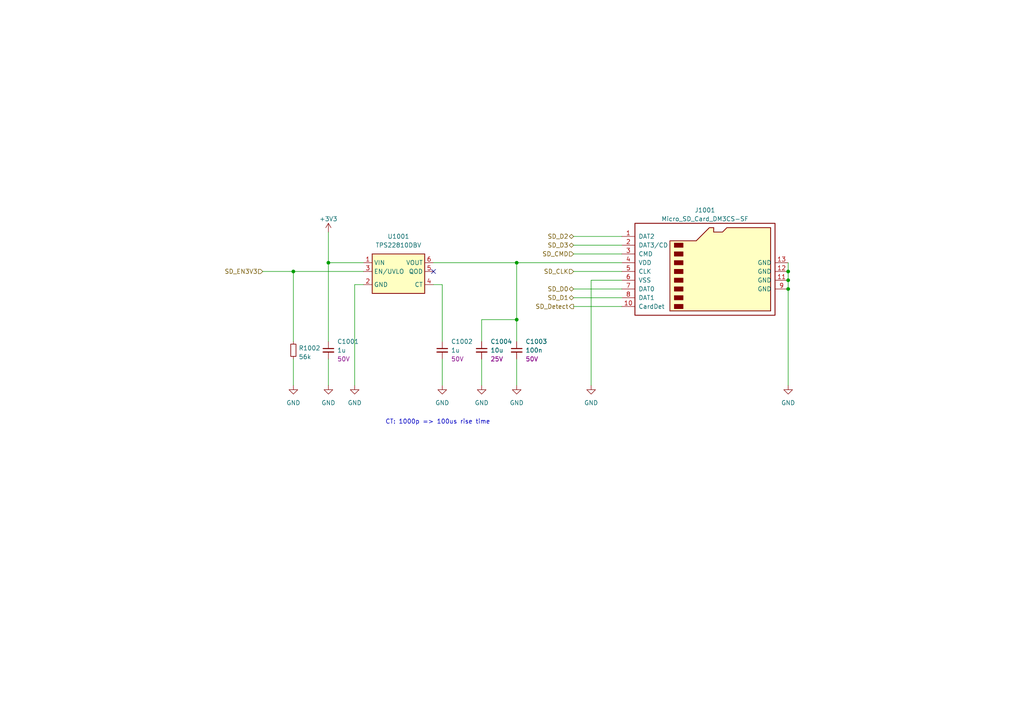
<source format=kicad_sch>
(kicad_sch (version 20230121) (generator eeschema)
  (paper "A4")
  (title_block (title "Velocity Sensor - Version 04") (date "2023-09-07") (rev "A") (company "Swiss Ocean Tech AG") (comment 1 "Designer: SNI, EVE"))
  (lib_symbols
    (symbol "Device:C_Small" (pin_numbers hide) (pin_names (offset 0.254) hide)
      (property "Reference" "C" (at 0.254 1.778 0))
      (property "Value" "C_Small" (at 0.254 -2.032 0))
      (symbol "C_Small_0_1"
        (polyline (pts (xy -1.524 -0.508) (xy 1.524 -0.508)) (stroke (width 0.3302)))
        (polyline (pts (xy -1.524 0.508) (xy 1.524 0.508)) (stroke (width 0.3048)))
      )
      (symbol "C_Small_1_1"
        (pin passive line (at 0 2.54 270) (length 2.032) (name "~") (number "1"))
        (pin passive line (at 0 -2.54 90) (length 2.032) (name "~") (number "2"))
      )
    )
    (symbol "Device:R_Small" (pin_numbers hide) (pin_names (offset 0.254) hide)
      (property "Reference" "R" (at 0.762 0.508 0))
      (property "Value" "R_Small" (at 0.762 -1.016 0))
      (symbol "R_Small_0_1"
        (rectangle (start -0.762 1.778) (end 0.762 -1.778) (stroke (width 0.2032)))
      )
      (symbol "R_Small_1_1"
        (pin passive line (at 0 2.54 270) (length 0.762) (name "~") (number "1"))
        (pin passive line (at 0 -2.54 90) (length 0.762) (name "~") (number "2"))
      )
    )
    (symbol "SOC_Connectors:Micro_SD_Card_DM3CS-SF" (pin_names (offset 1.016))
      (property "Reference" "J" (at -16.51 16.51 0))
      (property "Value" "Micro_SD_Card_DM3CS-SF" (at 6.35 -12.7 0))
      (symbol "Micro_SD_Card_DM3CS-SF_0_1"
        (rectangle (start -7.62 -8.255) (end -5.08 -9.525) (fill (type outline)))
        (rectangle (start -7.62 -5.715) (end -5.08 -6.985) (fill (type outline)))
        (rectangle (start -7.62 -3.175) (end -5.08 -4.445) (fill (type outline)))
        (rectangle (start -7.62 -0.635) (end -5.08 -1.905) (fill (type outline)))
        (rectangle (start -7.62 1.905) (end -5.08 0.635) (fill (type outline)))
        (rectangle (start -7.62 4.445) (end -5.08 3.175) (fill (type outline)))
        (rectangle (start -7.62 6.985) (end -5.08 5.715) (fill (type outline)))
        (rectangle (start -7.62 9.525) (end -5.08 8.255) (fill (type outline)))
        (polyline (pts (xy 21.59 1.27) (xy 21.59 15.24) (xy -19.05 15.24) (xy -19.05 -11.43) (xy 21.59 -11.43) (xy 21.59 1.27)) (stroke (width 0.254)))
        (polyline (pts (xy -8.89 -10.16) (xy -8.89 10.16) (xy -1.27 10.16) (xy 2.54 13.97) (xy 3.81 13.97) (xy 3.81 12.7) (xy 6.35 12.7) (xy 7.62 13.97) (xy 20.32 13.97) (xy 20.32 -10.16) (xy -8.89 -10.16)) (stroke (width 0.254)) (fill (type background)))
      )
      (symbol "Micro_SD_Card_DM3CS-SF_1_1"
        (pin bidirectional line (at -22.86 11.43 0) (length 3.81) (name "DAT2") (number "1"))
        (pin passive line (at -22.86 -8.89 0) (length 3.81) (name "CardDet") (number "10"))
        (pin passive line (at 25.4 -1.27 180) (length 3.81) (name "GND") (number "11"))
        (pin passive line (at 25.4 1.27 180) (length 3.81) (name "GND") (number "12"))
        (pin passive line (at 25.4 3.81 180) (length 3.81) (name "GND") (number "13"))
        (pin bidirectional line (at -22.86 8.89 0) (length 3.81) (name "DAT3/CD") (number "2"))
        (pin input line (at -22.86 6.35 0) (length 3.81) (name "CMD") (number "3"))
        (pin power_in line (at -22.86 3.81 0) (length 3.81) (name "VDD") (number "4"))
        (pin input line (at -22.86 1.27 0) (length 3.81) (name "CLK") (number "5"))
        (pin power_in line (at -22.86 -1.27 0) (length 3.81) (name "VSS") (number "6"))
        (pin bidirectional line (at -22.86 -3.81 0) (length 3.81) (name "DAT0") (number "7"))
        (pin bidirectional line (at -22.86 -6.35 0) (length 3.81) (name "DAT1") (number "8"))
        (pin passive line (at 25.4 -3.81 180) (length 3.81) (name "GND") (number "9"))
      )
    )
    (symbol "SOC_Power:TPS22810DBV"
      (property "Reference" "U" (at -6.35 6.35 0))
      (property "Value" "TPS22810DBV" (at -1.27 -7.62 0))
      (symbol "TPS22810DBV_1_1"
        (rectangle (start -7.62 5.08) (end 7.62 -6.35) (stroke (width 0.254)) (fill (type background)))
        (pin power_in line (at -10.16 2.54 0) (length 2.54) (name "VIN") (number "1"))
        (pin power_in line (at -10.16 -3.81 0) (length 2.54) (name "GND") (number "2"))
        (pin input line (at -10.16 0 0) (length 2.54) (name "EN/UVLO") (number "3"))
        (pin output line (at 10.16 -3.81 180) (length 2.54) (name "CT") (number "4"))
        (pin open_collector line (at 10.16 0 180) (length 2.54) (name "QOD") (number "5"))
        (pin power_out line (at 10.16 2.54 180) (length 2.54) (name "VOUT") (number "6"))
      )
    )
    (symbol "power:+3V3" (power) (pin_names (offset 0))
      (property "Value" "+3V3" (at 0 3.556 0))
      (symbol "+3V3_0_1"
        (polyline (pts (xy -0.762 1.27) (xy 0 2.54)))
        (polyline (pts (xy 0 0) (xy 0 2.54)))
        (polyline (pts (xy 0 2.54) (xy 0.762 1.27)))
      )
      (symbol "+3V3_1_1"
        (pin power_in line (at 0 0 90) (length 0) hide (name "+3V3") (number "1"))
      )
    )
    (symbol "power:GND" (power) (pin_names (offset 0))
      (property "Value" "GND" (at 0 -3.81 0))
      (symbol "GND_0_1"
        (polyline (pts (xy 0 0) (xy 0 -1.27) (xy 1.27 -1.27) (xy 0 -2.54) (xy -1.27 -1.27) (xy 0 -1.27)))
      )
      (symbol "GND_1_1"
        (pin power_in line (at 0 0 270) (length 0) hide (name "GND") (number "1"))
      )
    )
  )
  (junction (at 228.6 81.28))
  (junction (at 228.6 83.82))
  (junction (at 149.86 92.71))
  (junction (at 95.25 76.2))
  (junction (at 149.86 76.2))
  (junction (at 85.09 78.74))
  (junction (at 228.6 78.74))
  (no_connect (at 125.73 78.74))
  (wire (pts (xy 95.25 76.2) (xy 105.41 76.2)))
  (wire (pts (xy 166.37 86.36) (xy 180.34 86.36)))
  (wire (pts (xy 166.37 73.66) (xy 180.34 73.66)))
  (wire (pts (xy 76.2 78.74) (xy 85.09 78.74)))
  (wire (pts (xy 166.37 88.9) (xy 180.34 88.9)))
  (wire (pts (xy 149.86 99.06) (xy 149.86 92.71)))
  (wire (pts (xy 228.6 83.82) (xy 228.6 111.76)))
  (wire (pts (xy 95.25 67.31) (xy 95.25 76.2)))
  (wire (pts (xy 139.7 99.06) (xy 139.7 92.71)))
  (wire (pts (xy 171.45 81.28) (xy 171.45 111.76)))
  (wire (pts (xy 166.37 68.58) (xy 180.34 68.58)))
  (wire (pts (xy 149.86 92.71) (xy 139.7 92.71)))
  (wire (pts (xy 166.37 78.74) (xy 180.34 78.74)))
  (wire (pts (xy 166.37 71.12) (xy 180.34 71.12)))
  (wire (pts (xy 95.25 104.14) (xy 95.25 111.76)))
  (wire (pts (xy 128.27 82.55) (xy 125.73 82.55)))
  (wire (pts (xy 125.73 76.2) (xy 149.86 76.2)))
  (wire (pts (xy 85.09 78.74) (xy 105.41 78.74)))
  (wire (pts (xy 102.87 82.55) (xy 105.41 82.55)))
  (wire (pts (xy 128.27 104.14) (xy 128.27 111.76)))
  (wire (pts (xy 228.6 76.2) (xy 228.6 78.74)))
  (wire (pts (xy 85.09 104.14) (xy 85.09 111.76)))
  (wire (pts (xy 149.86 76.2) (xy 149.86 92.71)))
  (wire (pts (xy 180.34 81.28) (xy 171.45 81.28)))
  (wire (pts (xy 166.37 83.82) (xy 180.34 83.82)))
  (wire (pts (xy 95.25 76.2) (xy 95.25 99.06)))
  (wire (pts (xy 139.7 104.14) (xy 139.7 111.76)))
  (wire (pts (xy 228.6 81.28) (xy 228.6 83.82)))
  (wire (pts (xy 128.27 99.06) (xy 128.27 82.55)))
  (wire (pts (xy 228.6 78.74) (xy 228.6 81.28)))
  (wire (pts (xy 102.87 82.55) (xy 102.87 111.76)))
  (wire (pts (xy 149.86 76.2) (xy 180.34 76.2)))
  (wire (pts (xy 149.86 104.14) (xy 149.86 111.76)))
  (wire (pts (xy 85.09 78.74) (xy 85.09 99.06)))
  (text "CT: 1000p => 100us rise time" (at 111.76 123.19 0) (effects (font (size 1.27 1.27)) (justify left bottom)))
  (hierarchical_label "SD_Detect" (shape output) (at 166.37 88.9 180))
  (hierarchical_label "SD_CMD" (shape input) (at 166.37 73.66 180))
  (hierarchical_label "SD_D2" (shape bidirectional) (at 166.37 68.58 180))
  (hierarchical_label "SD_D3" (shape bidirectional) (at 166.37 71.12 180))
  (hierarchical_label "SD_EN3V3" (shape input) (at 76.2 78.74 180))
  (hierarchical_label "SD_CLK" (shape input) (at 166.37 78.74 180))
  (hierarchical_label "SD_D1" (shape bidirectional) (at 166.37 86.36 180))
  (hierarchical_label "SD_D0" (shape bidirectional) (at 166.37 83.82 180))
  (symbol (lib_id "power:GND") (at 139.7 111.76 0) (unit 1)
    (property "Reference" "#PWR01008" (effects hide))
    (property "Value" "GND" (at 139.7 116.84 0))
  )
  (symbol (lib_id "Device:C_Small") (at 128.27 101.6 0) (unit 1)
    (property "Reference" "C1002" (at 130.81 99.06 0) (effects (justify left)))
    (property "Value" "1u" (at 130.81 101.6 0) (effects (justify left)))
    (property "Footprint" "Capacitor_SMD:C_0402_1005Metric" (effects hide))
    (property "MPN" "UMK105CBJ105MV-F" (effects hide))
    (property "Digi-Key_PN" "587-6278-1-ND" (effects hide))
    (property "Description" "1uF 0402 50V" (effects hide))
    (property "CLASS" "X5R" (effects hide))
    (property "Voltage" "50V" (at 130.81 104.14 0) (effects (justify left)))
  )
  (symbol (lib_id "power:GND") (at 228.6 111.76 0) (unit 1)
    (property "Reference" "#PWR01011" (effects hide))
    (property "Value" "GND" (at 228.6 116.84 0))
  )
  (symbol (lib_id "SOC_Connectors:Micro_SD_Card_DM3CS-SF") (at 203.2 80.01 0) (unit 1)
    (property "Reference" "J1001" (at 204.47 60.96 0))
    (property "Value" "Micro_SD_Card_DM3CS-SF" (at 204.47 63.5 0))
    (property "Footprint" "SOC_Connector_SMD:HIROSE-DM3CS-SF-MFG" (effects hide))
    (property "Datasheet" "https://www.hirose.com/product/en/download_file/key_name/DM3/category/Catalog/doc_file_id/49662/?file_category_id=4&item_id=195&is_series=1" (effects hide))
    (property "MPN" "DM3CS-SF" (effects hide))
    (property "Digi-Key_PN" "HR1972DKR-ND" (effects hide))
  )
  (symbol (lib_id "Device:R_Small") (at 85.09 101.6 0) (unit 1)
    (property "Reference" "R1002" (at 86.614 100.965 0) (effects (justify left)))
    (property "Value" "56k" (at 86.614 103.505 0) (effects (justify left)))
    (property "Footprint" "Resistor_SMD:R_0402_1005Metric" (effects hide))
  )
  (symbol (lib_id "Device:C_Small") (at 149.86 101.6 0) (unit 1)
    (property "Reference" "C1003" (at 152.4 99.06 0) (effects (justify left)))
    (property "Value" "100n" (at 152.4 101.6 0) (effects (justify left)))
    (property "Footprint" "Capacitor_SMD:C_0402_1005Metric" (effects hide))
    (property "Datasheet" "https://www.yageo.com/upload/media/product/app/datasheet/mlcc/upy-gphc_x7r_6_3v-to-250v.pdf" (effects hide))
    (property "MPN" "CC0402KRX7R9BB104" (effects hide))
    (property "Digi-Key_PN" "311-3566-1-ND" (effects hide))
    (property "CLASS" "X7R" (effects hide))
    (property "Description" "0.1uF 0402 50V" (effects hide))
    (property "Voltage" "50V" (at 152.4 104.14 0) (effects (justify left)))
  )
  (symbol (lib_id "power:GND") (at 149.86 111.76 0) (unit 1)
    (property "Reference" "#PWR01009" (effects hide))
    (property "Value" "GND" (at 149.86 116.84 0))
  )
  (symbol (lib_id "Device:C_Small") (at 95.25 101.6 0) (unit 1)
    (property "Reference" "C1001" (at 97.79 99.06 0) (effects (justify left)))
    (property "Value" "1u" (at 97.79 101.6 0) (effects (justify left)))
    (property "Footprint" "Capacitor_SMD:C_0402_1005Metric" (effects hide))
    (property "MPN" "UMK105CBJ105MV-F" (effects hide))
    (property "Digi-Key_PN" "587-6278-1-ND" (effects hide))
    (property "Description" "1uF 0402 50V" (effects hide))
    (property "CLASS" "X5R" (effects hide))
    (property "Voltage" "50V" (at 97.79 104.14 0) (effects (justify left)))
  )
  (symbol (lib_id "power:GND") (at 85.09 111.76 0) (unit 1)
    (property "Reference" "#PWR01004" (effects hide))
    (property "Value" "GND" (at 85.09 116.84 0))
  )
  (symbol (lib_id "power:GND") (at 171.45 111.76 0) (unit 1)
    (property "Reference" "#PWR01010" (effects hide))
    (property "Value" "GND" (at 171.45 116.84 0))
  )
  (symbol (lib_id "Device:C_Small") (at 139.7 101.6 0) (unit 1)
    (property "Reference" "C1004" (at 142.24 99.06 0) (effects (justify left)))
    (property "Value" "10u" (at 142.24 101.6 0) (effects (justify left)))
    (property "Footprint" "Capacitor_SMD:C_0603_1608Metric" (effects hide))
    (property "MPN" "GRM188R61E106MA73D" (effects hide))
    (property "Digi-Key_PN" "490-7202-1-ND" (effects hide))
    (property "Mouser_PN" "81-GRM188R61E106MA3D" (effects hide))
    (property "Description" "10u 0603 25V" (effects hide))
    (property "CLASS" "X5R" (effects hide))
    (property "Voltage" "25V" (at 142.24 104.14 0) (effects (justify left)))
  )
  (symbol (lib_id "power:GND") (at 128.27 111.76 0) (unit 1)
    (property "Reference" "#PWR01007" (effects hide))
    (property "Value" "GND" (at 128.27 116.84 0))
  )
  (symbol (lib_id "power:GND") (at 102.87 111.76 0) (unit 1)
    (property "Reference" "#PWR01006" (effects hide))
    (property "Value" "GND" (at 102.87 116.84 0))
  )
  (symbol (lib_id "power:GND") (at 95.25 111.76 0) (unit 1)
    (property "Reference" "#PWR01005" (effects hide))
    (property "Value" "GND" (at 95.25 116.84 0))
  )
  (symbol (lib_id "power:+3V3") (at 95.25 67.31 0) (unit 1)
    (property "Reference" "#PWR01002" (effects hide))
    (property "Value" "+3V3" (at 95.25 63.5 0))
  )
  (symbol (lib_id "SOC_Power:TPS22810DBV") (at 115.57 78.74 0) (unit 1)
    (property "Reference" "U1001" (at 115.57 68.58 0))
    (property "Value" "TPS22810DBV" (at 115.57 71.12 0))
    (property "Footprint" "SOC_SMD:SOT95P280X145-6N" (effects hide))
    (property "Datasheet" "http://www.ti.com/lit/ds/symlink/tps22810.pdf" (effects hide))
    (property "MPN" "TPS22810TDBVRQ1" (effects hide))
    (property "Digikey_PN" "296-50496-1-ND" (effects hide))
    (property "Digi-Key_PN" "296-50496-1-ND" (effects hide))
  )
)
</source>
